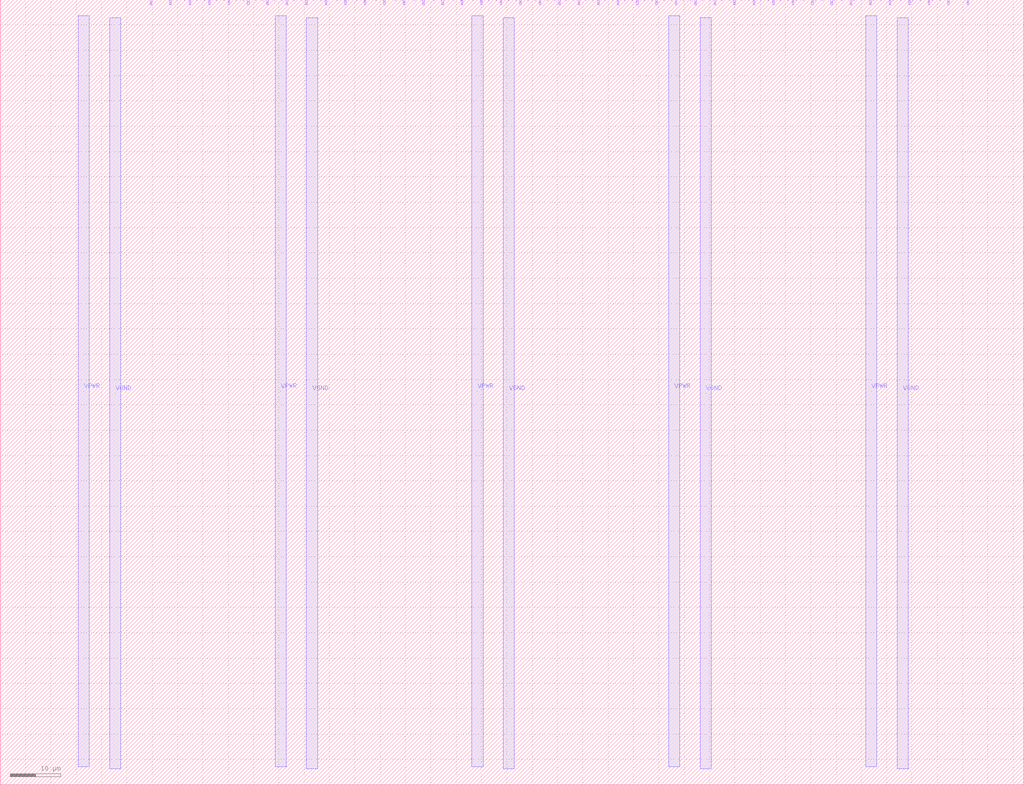
<source format=lef>
VERSION 5.8 ;
BUSBITCHARS "[]" ;
DIVIDERCHAR "/" ;

MACRO tt_um_silicon_art
  CLASS BLOCK ;
  FOREIGN tt_um_silicon_art 0.000 0.000 ;
  ORIGIN 0.000 0.000 ;
  SIZE 202.080 BY 154.980 ;
  SYMMETRY X Y ;

  PIN VGND
    DIRECTION INOUT ;
    USE GROUND ;
    PORT
      LAYER TopMetal1 ;
        RECT 21.580 3.150 23.780 151.420 ;
    END
    PORT
      LAYER TopMetal1 ;
        RECT 60.450 3.150 62.650 151.420 ;
    END
    PORT
      LAYER TopMetal1 ;
        RECT 99.320 3.150 101.520 151.420 ;
    END
    PORT
      LAYER TopMetal1 ;
        RECT 138.190 3.150 140.390 151.420 ;
    END
    PORT
      LAYER TopMetal1 ;
        RECT 177.060 3.150 179.260 151.420 ;
    END
  END VGND

  PIN VPWR
    DIRECTION INOUT ;
    USE POWER ;
    PORT
      LAYER TopMetal1 ;
        RECT 15.380 3.560 17.580 151.830 ;
    END
    PORT
      LAYER TopMetal1 ;
        RECT 54.250 3.560 56.450 151.830 ;
    END
    PORT
      LAYER TopMetal1 ;
        RECT 93.120 3.560 95.320 151.830 ;
    END
    PORT
      LAYER TopMetal1 ;
        RECT 131.990 3.560 134.190 151.830 ;
    END
    PORT
      LAYER TopMetal1 ;
        RECT 170.860 3.560 173.060 151.830 ;
    END
  END VPWR

  PIN clk
    DIRECTION INPUT ;
    USE SIGNAL ;
    PORT
      LAYER Metal4 ;
        RECT 187.050 153.980 187.350 154.980 ;
    END
  END clk

  PIN ena
    DIRECTION INPUT ;
    USE SIGNAL ;
    PORT
      LAYER Metal4 ;
        RECT 190.890 153.980 191.190 154.980 ;
    END
  END ena

  PIN rst_n
    DIRECTION INPUT ;
    USE SIGNAL ;
    PORT
      LAYER Metal4 ;
        RECT 183.210 153.980 183.510 154.980 ;
    END
  END rst_n

  PIN ui_in[0]
    DIRECTION INPUT ;
    USE SIGNAL ;
    PORT
      LAYER Metal4 ;
        RECT 179.370 153.980 179.670 154.980 ;
    END
  END ui_in[0]

  PIN ui_in[1]
    DIRECTION INPUT ;
    USE SIGNAL ;
    PORT
      LAYER Metal4 ;
        RECT 175.530 153.980 175.830 154.980 ;
    END
  END ui_in[1]

  PIN ui_in[2]
    DIRECTION INPUT ;
    USE SIGNAL ;
    PORT
      LAYER Metal4 ;
        RECT 171.690 153.980 171.990 154.980 ;
    END
  END ui_in[2]

  PIN ui_in[3]
    DIRECTION INPUT ;
    USE SIGNAL ;
    PORT
      LAYER Metal4 ;
        RECT 167.850 153.980 168.150 154.980 ;
    END
  END ui_in[3]

  PIN ui_in[4]
    DIRECTION INPUT ;
    USE SIGNAL ;
    PORT
      LAYER Metal4 ;
        RECT 164.010 153.980 164.310 154.980 ;
    END
  END ui_in[4]

  PIN ui_in[5]
    DIRECTION INPUT ;
    USE SIGNAL ;
    PORT
      LAYER Metal4 ;
        RECT 160.170 153.980 160.470 154.980 ;
    END
  END ui_in[5]

  PIN ui_in[6]
    DIRECTION INPUT ;
    USE SIGNAL ;
    PORT
      LAYER Metal4 ;
        RECT 156.330 153.980 156.630 154.980 ;
    END
  END ui_in[6]

  PIN ui_in[7]
    DIRECTION INPUT ;
    USE SIGNAL ;
    PORT
      LAYER Metal4 ;
        RECT 152.490 153.980 152.790 154.980 ;
    END
  END ui_in[7]

  PIN uio_in[0]
    DIRECTION INPUT ;
    USE SIGNAL ;
    PORT
      LAYER Metal4 ;
        RECT 148.650 153.980 148.950 154.980 ;
    END
  END uio_in[0]

  PIN uio_in[1]
    DIRECTION INPUT ;
    USE SIGNAL ;
    PORT
      LAYER Metal4 ;
        RECT 144.810 153.980 145.110 154.980 ;
    END
  END uio_in[1]

  PIN uio_in[2]
    DIRECTION INPUT ;
    USE SIGNAL ;
    PORT
      LAYER Metal4 ;
        RECT 140.970 153.980 141.270 154.980 ;
    END
  END uio_in[2]

  PIN uio_in[3]
    DIRECTION INPUT ;
    USE SIGNAL ;
    PORT
      LAYER Metal4 ;
        RECT 137.130 153.980 137.430 154.980 ;
    END
  END uio_in[3]

  PIN uio_in[4]
    DIRECTION INPUT ;
    USE SIGNAL ;
    PORT
      LAYER Metal4 ;
        RECT 133.290 153.980 133.590 154.980 ;
    END
  END uio_in[4]

  PIN uio_in[5]
    DIRECTION INPUT ;
    USE SIGNAL ;
    PORT
      LAYER Metal4 ;
        RECT 129.450 153.980 129.750 154.980 ;
    END
  END uio_in[5]

  PIN uio_in[6]
    DIRECTION INPUT ;
    USE SIGNAL ;
    PORT
      LAYER Metal4 ;
        RECT 125.610 153.980 125.910 154.980 ;
    END
  END uio_in[6]

  PIN uio_in[7]
    DIRECTION INPUT ;
    USE SIGNAL ;
    PORT
      LAYER Metal4 ;
        RECT 121.770 153.980 122.070 154.980 ;
    END
  END uio_in[7]

  PIN uio_oe[0]
    DIRECTION OUTPUT ;
    USE SIGNAL ;
    PORT
      LAYER Metal4 ;
        RECT 56.490 153.980 56.790 154.980 ;
    END
  END uio_oe[0]

  PIN uio_oe[1]
    DIRECTION OUTPUT ;
    USE SIGNAL ;
    PORT
      LAYER Metal4 ;
        RECT 52.650 153.980 52.950 154.980 ;
    END
  END uio_oe[1]

  PIN uio_oe[2]
    DIRECTION OUTPUT ;
    USE SIGNAL ;
    PORT
      LAYER Metal4 ;
        RECT 48.810 153.980 49.110 154.980 ;
    END
  END uio_oe[2]

  PIN uio_oe[3]
    DIRECTION OUTPUT ;
    USE SIGNAL ;
    PORT
      LAYER Metal4 ;
        RECT 44.970 153.980 45.270 154.980 ;
    END
  END uio_oe[3]

  PIN uio_oe[4]
    DIRECTION OUTPUT ;
    USE SIGNAL ;
    PORT
      LAYER Metal4 ;
        RECT 41.130 153.980 41.430 154.980 ;
    END
  END uio_oe[4]

  PIN uio_oe[5]
    DIRECTION OUTPUT ;
    USE SIGNAL ;
    PORT
      LAYER Metal4 ;
        RECT 37.290 153.980 37.590 154.980 ;
    END
  END uio_oe[5]

  PIN uio_oe[6]
    DIRECTION OUTPUT ;
    USE SIGNAL ;
    PORT
      LAYER Metal4 ;
        RECT 33.450 153.980 33.750 154.980 ;
    END
  END uio_oe[6]

  PIN uio_oe[7]
    DIRECTION OUTPUT ;
    USE SIGNAL ;
    PORT
      LAYER Metal4 ;
        RECT 29.610 153.980 29.910 154.980 ;
    END
  END uio_oe[7]

  PIN uio_out[0]
    DIRECTION OUTPUT ;
    USE SIGNAL ;
    PORT
      LAYER Metal4 ;
        RECT 87.210 153.980 87.510 154.980 ;
    END
  END uio_out[0]

  PIN uio_out[1]
    DIRECTION OUTPUT ;
    USE SIGNAL ;
    PORT
      LAYER Metal4 ;
        RECT 83.370 153.980 83.670 154.980 ;
    END
  END uio_out[1]

  PIN uio_out[2]
    DIRECTION OUTPUT ;
    USE SIGNAL ;
    PORT
      LAYER Metal4 ;
        RECT 79.530 153.980 79.830 154.980 ;
    END
  END uio_out[2]

  PIN uio_out[3]
    DIRECTION OUTPUT ;
    USE SIGNAL ;
    PORT
      LAYER Metal4 ;
        RECT 75.690 153.980 75.990 154.980 ;
    END
  END uio_out[3]

  PIN uio_out[4]
    DIRECTION OUTPUT ;
    USE SIGNAL ;
    PORT
      LAYER Metal4 ;
        RECT 71.850 153.980 72.150 154.980 ;
    END
  END uio_out[4]

  PIN uio_out[5]
    DIRECTION OUTPUT ;
    USE SIGNAL ;
    PORT
      LAYER Metal4 ;
        RECT 68.010 153.980 68.310 154.980 ;
    END
  END uio_out[5]

  PIN uio_out[6]
    DIRECTION OUTPUT ;
    USE SIGNAL ;
    PORT
      LAYER Metal4 ;
        RECT 64.170 153.980 64.470 154.980 ;
    END
  END uio_out[6]

  PIN uio_out[7]
    DIRECTION OUTPUT ;
    USE SIGNAL ;
    PORT
      LAYER Metal4 ;
        RECT 60.330 153.980 60.630 154.980 ;
    END
  END uio_out[7]

  PIN uo_out[0]
    DIRECTION OUTPUT ;
    USE SIGNAL ;
    PORT
      LAYER Metal4 ;
        RECT 117.930 153.980 118.230 154.980 ;
    END
  END uo_out[0]

  PIN uo_out[1]
    DIRECTION OUTPUT ;
    USE SIGNAL ;
    PORT
      LAYER Metal4 ;
        RECT 114.090 153.980 114.390 154.980 ;
    END
  END uo_out[1]

  PIN uo_out[2]
    DIRECTION OUTPUT ;
    USE SIGNAL ;
    PORT
      LAYER Metal4 ;
        RECT 110.250 153.980 110.550 154.980 ;
    END
  END uo_out[2]

  PIN uo_out[3]
    DIRECTION OUTPUT ;
    USE SIGNAL ;
    PORT
      LAYER Metal4 ;
        RECT 106.410 153.980 106.710 154.980 ;
    END
  END uo_out[3]

  PIN uo_out[4]
    DIRECTION OUTPUT ;
    USE SIGNAL ;
    PORT
      LAYER Metal4 ;
        RECT 102.570 153.980 102.870 154.980 ;
    END
  END uo_out[4]

  PIN uo_out[5]
    DIRECTION OUTPUT ;
    USE SIGNAL ;
    PORT
      LAYER Metal4 ;
        RECT 98.730 153.980 99.030 154.980 ;
    END
  END uo_out[5]

  PIN uo_out[6]
    DIRECTION OUTPUT ;
    USE SIGNAL ;
    PORT
      LAYER Metal4 ;
        RECT 94.890 153.980 95.190 154.980 ;
    END
  END uo_out[6]

  PIN uo_out[7]
    DIRECTION OUTPUT ;
    USE SIGNAL ;
    PORT
      LAYER Metal4 ;
        RECT 91.050 153.980 91.350 154.980 ;
    END
  END uo_out[7]

END tt_um_silicon_art

END LIBRARY

</source>
